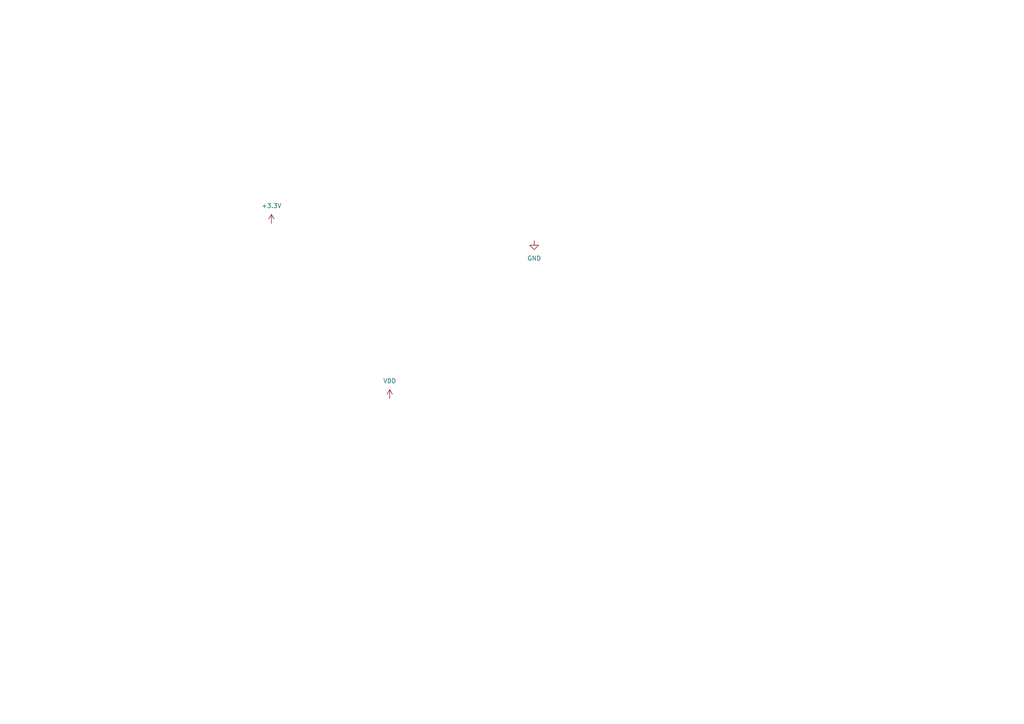
<source format=kicad_sch>
(kicad_sch (version 20250114) (generator "eeschema") (generator_version "9.0")
  (paper "A4")
  (lib_symbols
    (symbol "power:+3.3V" (power) (pin_numbers (hide yes)) (pin_names (offset 0) (hide yes))
      (property "Value" "+3.3V" (at 0 3.556 0))
      (symbol "+3.3V_0_1"
        (polyline (pts (xy -0.762 1.27) (xy 0 2.54)))
        (polyline (pts (xy 0 2.54) (xy 0.762 1.27)))
        (polyline (pts (xy 0 0) (xy 0 2.54)))
      )
      (symbol "+3.3V_1_1"
        (pin power_in line (at 0 0 90) (length 0) (name "~") (number "1"))
      )
    )
    (symbol "power:GND" (power) (pin_numbers (hide yes)) (pin_names (offset 0) (hide yes))
      (property "Value" "GND" (at 0 -3.81 0))
      (symbol "GND_0_1"
        (polyline (pts (xy 0 0) (xy 0 -1.27) (xy 1.27 -1.27) (xy 0 -2.54) (xy -1.27 -1.27) (xy 0 -1.27)))
      )
      (symbol "GND_1_1"
        (pin power_in line (at 0 0 270) (length 0) (name "~") (number "1"))
      )
    )
    (symbol "power:VDD" (power) (pin_numbers (hide yes)) (pin_names (offset 0) (hide yes))
      (property "Value" "VDD" (at 0 3.556 0))
      (symbol "VDD_0_1"
        (polyline (pts (xy -0.762 1.27) (xy 0 2.54)))
        (polyline (pts (xy 0 2.54) (xy 0.762 1.27)))
        (polyline (pts (xy 0 0) (xy 0 2.54)))
      )
      (symbol "VDD_1_1"
        (pin power_in line (at 0 0 90) (length 0) (name "~") (number "1"))
      )
    )
  )
  (symbol (lib_id "power:GND") (at 154.94 69.85 0) (unit 1)
    (property "Reference" "#PWR02" (effects (hide yes)))
    (property "Value" "GND" (at 154.94 74.93 0))
    (property "Description" "Power symbol creates a global label with name \"GND\" , ground" (effects (hide yes)))
  )
  (symbol (lib_id "power:VDD") (at 113.03 115.57 0) (unit 1)
    (property "Reference" "#PWR03" (effects (hide yes)))
    (property "Value" "VDD" (at 113.03 110.49 0))
    (property "Description" "Power symbol creates a global label with name \"VDD\"" (effects (hide yes)))
  )
  (symbol (lib_id "power:+3.3V") (at 78.74 64.77 0) (unit 1)
    (property "Reference" "#PWR01" (effects (hide yes)))
    (property "Value" "+3.3V" (at 78.74 59.69 0))
    (property "Description" "Power symbol creates a global label with name \"+3.3V\"" (effects (hide yes)))
  )
)
</source>
